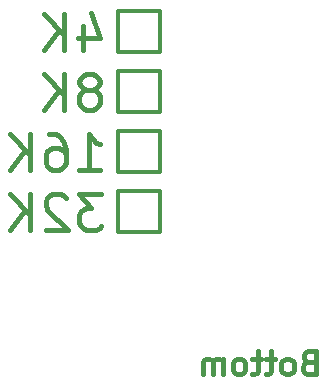
<source format=gbr>
%TF.GenerationSoftware,KiCad,Pcbnew,(6.0.0)*%
%TF.CreationDate,2022-01-01T20:47:22+01:00*%
%TF.ProjectId,vectrex,76656374-7265-4782-9e6b-696361645f70,rev?*%
%TF.SameCoordinates,Original*%
%TF.FileFunction,Legend,Bot*%
%TF.FilePolarity,Positive*%
%FSLAX46Y46*%
G04 Gerber Fmt 4.6, Leading zero omitted, Abs format (unit mm)*
G04 Created by KiCad (PCBNEW (6.0.0)) date 2022-01-01 20:47:22*
%MOMM*%
%LPD*%
G01*
G04 APERTURE LIST*
%ADD10C,0.300000*%
%ADD11C,0.400000*%
G04 APERTURE END LIST*
D10*
X145542000Y-86995000D02*
X149098000Y-86995000D01*
X149098000Y-86995000D02*
X149098000Y-90424000D01*
X149098000Y-90424000D02*
X145542000Y-90424000D01*
X145542000Y-90424000D02*
X145542000Y-86995000D01*
X145542000Y-92075000D02*
X149098000Y-92075000D01*
X149098000Y-92075000D02*
X149098000Y-95504000D01*
X149098000Y-95504000D02*
X145542000Y-95504000D01*
X145542000Y-95504000D02*
X145542000Y-92075000D01*
X145542000Y-81915000D02*
X149098000Y-81915000D01*
X149098000Y-81915000D02*
X149098000Y-85344000D01*
X149098000Y-85344000D02*
X145542000Y-85344000D01*
X145542000Y-85344000D02*
X145542000Y-81915000D01*
X145542000Y-76835000D02*
X149098000Y-76835000D01*
X149098000Y-76835000D02*
X149098000Y-80264000D01*
X149098000Y-80264000D02*
X145542000Y-80264000D01*
X145542000Y-80264000D02*
X145542000Y-76835000D01*
D11*
X142234285Y-90257142D02*
X143948571Y-90257142D01*
X143091428Y-90257142D02*
X143091428Y-87257142D01*
X143377142Y-87685714D01*
X143662857Y-87971428D01*
X143948571Y-88114285D01*
X139662857Y-87257142D02*
X140234285Y-87257142D01*
X140520000Y-87400000D01*
X140662857Y-87542857D01*
X140948571Y-87971428D01*
X141091428Y-88542857D01*
X141091428Y-89685714D01*
X140948571Y-89971428D01*
X140805714Y-90114285D01*
X140520000Y-90257142D01*
X139948571Y-90257142D01*
X139662857Y-90114285D01*
X139520000Y-89971428D01*
X139377142Y-89685714D01*
X139377142Y-88971428D01*
X139520000Y-88685714D01*
X139662857Y-88542857D01*
X139948571Y-88400000D01*
X140520000Y-88400000D01*
X140805714Y-88542857D01*
X140948571Y-88685714D01*
X141091428Y-88971428D01*
X138091428Y-90257142D02*
X138091428Y-87257142D01*
X136377142Y-90257142D02*
X137662857Y-88542857D01*
X136377142Y-87257142D02*
X138091428Y-88971428D01*
X144091428Y-92337142D02*
X142234285Y-92337142D01*
X143234285Y-93480000D01*
X142805714Y-93480000D01*
X142520000Y-93622857D01*
X142377142Y-93765714D01*
X142234285Y-94051428D01*
X142234285Y-94765714D01*
X142377142Y-95051428D01*
X142520000Y-95194285D01*
X142805714Y-95337142D01*
X143662857Y-95337142D01*
X143948571Y-95194285D01*
X144091428Y-95051428D01*
X141091428Y-92622857D02*
X140948571Y-92480000D01*
X140662857Y-92337142D01*
X139948571Y-92337142D01*
X139662857Y-92480000D01*
X139520000Y-92622857D01*
X139377142Y-92908571D01*
X139377142Y-93194285D01*
X139520000Y-93622857D01*
X141234285Y-95337142D01*
X139377142Y-95337142D01*
X138091428Y-95337142D02*
X138091428Y-92337142D01*
X136377142Y-95337142D02*
X137662857Y-93622857D01*
X136377142Y-92337142D02*
X138091428Y-94051428D01*
X143377142Y-83462857D02*
X143662857Y-83320000D01*
X143805714Y-83177142D01*
X143948571Y-82891428D01*
X143948571Y-82748571D01*
X143805714Y-82462857D01*
X143662857Y-82320000D01*
X143377142Y-82177142D01*
X142805714Y-82177142D01*
X142520000Y-82320000D01*
X142377142Y-82462857D01*
X142234285Y-82748571D01*
X142234285Y-82891428D01*
X142377142Y-83177142D01*
X142520000Y-83320000D01*
X142805714Y-83462857D01*
X143377142Y-83462857D01*
X143662857Y-83605714D01*
X143805714Y-83748571D01*
X143948571Y-84034285D01*
X143948571Y-84605714D01*
X143805714Y-84891428D01*
X143662857Y-85034285D01*
X143377142Y-85177142D01*
X142805714Y-85177142D01*
X142520000Y-85034285D01*
X142377142Y-84891428D01*
X142234285Y-84605714D01*
X142234285Y-84034285D01*
X142377142Y-83748571D01*
X142520000Y-83605714D01*
X142805714Y-83462857D01*
X140948571Y-85177142D02*
X140948571Y-82177142D01*
X139234285Y-85177142D02*
X140520000Y-83462857D01*
X139234285Y-82177142D02*
X140948571Y-83891428D01*
X161622857Y-106537142D02*
X161337142Y-106632380D01*
X161241904Y-106727619D01*
X161146666Y-106918095D01*
X161146666Y-107203809D01*
X161241904Y-107394285D01*
X161337142Y-107489523D01*
X161527619Y-107584761D01*
X162289523Y-107584761D01*
X162289523Y-105584761D01*
X161622857Y-105584761D01*
X161432380Y-105680000D01*
X161337142Y-105775238D01*
X161241904Y-105965714D01*
X161241904Y-106156190D01*
X161337142Y-106346666D01*
X161432380Y-106441904D01*
X161622857Y-106537142D01*
X162289523Y-106537142D01*
X160003809Y-107584761D02*
X160194285Y-107489523D01*
X160289523Y-107394285D01*
X160384761Y-107203809D01*
X160384761Y-106632380D01*
X160289523Y-106441904D01*
X160194285Y-106346666D01*
X160003809Y-106251428D01*
X159718095Y-106251428D01*
X159527619Y-106346666D01*
X159432380Y-106441904D01*
X159337142Y-106632380D01*
X159337142Y-107203809D01*
X159432380Y-107394285D01*
X159527619Y-107489523D01*
X159718095Y-107584761D01*
X160003809Y-107584761D01*
X158765714Y-106251428D02*
X158003809Y-106251428D01*
X158480000Y-105584761D02*
X158480000Y-107299047D01*
X158384761Y-107489523D01*
X158194285Y-107584761D01*
X158003809Y-107584761D01*
X157622857Y-106251428D02*
X156860952Y-106251428D01*
X157337142Y-105584761D02*
X157337142Y-107299047D01*
X157241904Y-107489523D01*
X157051428Y-107584761D01*
X156860952Y-107584761D01*
X155908571Y-107584761D02*
X156099047Y-107489523D01*
X156194285Y-107394285D01*
X156289523Y-107203809D01*
X156289523Y-106632380D01*
X156194285Y-106441904D01*
X156099047Y-106346666D01*
X155908571Y-106251428D01*
X155622857Y-106251428D01*
X155432380Y-106346666D01*
X155337142Y-106441904D01*
X155241904Y-106632380D01*
X155241904Y-107203809D01*
X155337142Y-107394285D01*
X155432380Y-107489523D01*
X155622857Y-107584761D01*
X155908571Y-107584761D01*
X154384761Y-107584761D02*
X154384761Y-106251428D01*
X154384761Y-106441904D02*
X154289523Y-106346666D01*
X154099047Y-106251428D01*
X153813333Y-106251428D01*
X153622857Y-106346666D01*
X153527619Y-106537142D01*
X153527619Y-107584761D01*
X153527619Y-106537142D02*
X153432380Y-106346666D01*
X153241904Y-106251428D01*
X152956190Y-106251428D01*
X152765714Y-106346666D01*
X152670476Y-106537142D01*
X152670476Y-107584761D01*
X142520000Y-78097142D02*
X142520000Y-80097142D01*
X143234285Y-76954285D02*
X143948571Y-79097142D01*
X142091428Y-79097142D01*
X140948571Y-80097142D02*
X140948571Y-77097142D01*
X139234285Y-80097142D02*
X140520000Y-78382857D01*
X139234285Y-77097142D02*
X140948571Y-78811428D01*
M02*

</source>
